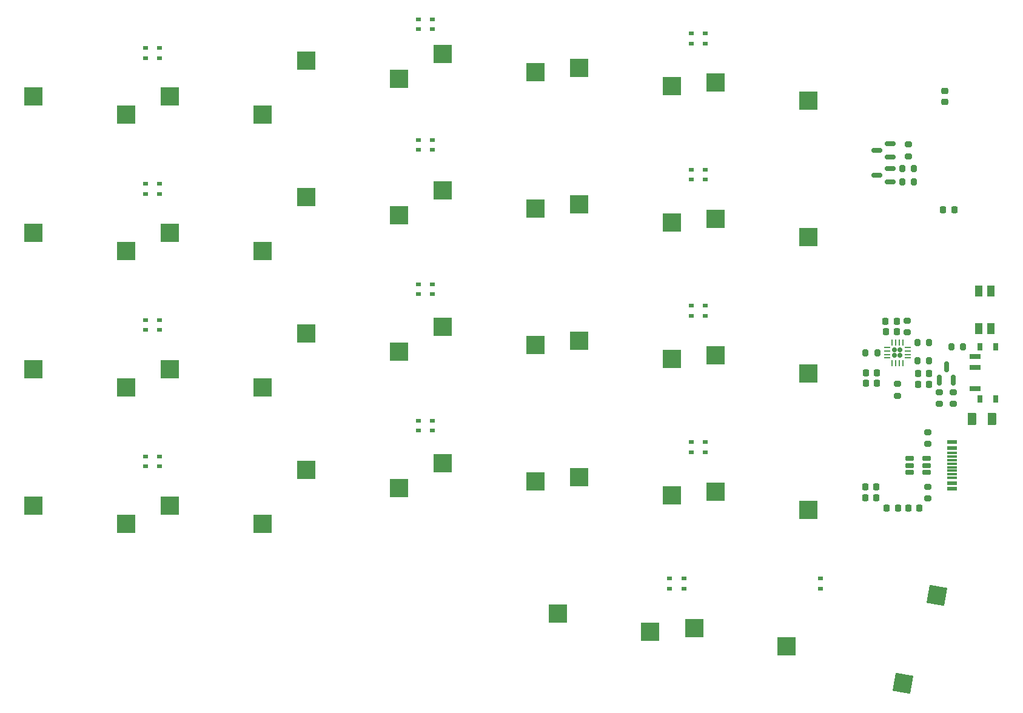
<source format=gbr>
%TF.GenerationSoftware,KiCad,Pcbnew,(6.0.4)*%
%TF.CreationDate,2022-07-04T12:48:59-07:00*%
%TF.ProjectId,Athena54,41746865-6e61-4353-942e-6b696361645f,v1.0.0*%
%TF.SameCoordinates,Original*%
%TF.FileFunction,Paste,Top*%
%TF.FilePolarity,Positive*%
%FSLAX46Y46*%
G04 Gerber Fmt 4.6, Leading zero omitted, Abs format (unit mm)*
G04 Created by KiCad (PCBNEW (6.0.4)) date 2022-07-04 12:48:59*
%MOMM*%
%LPD*%
G01*
G04 APERTURE LIST*
G04 Aperture macros list*
%AMRoundRect*
0 Rectangle with rounded corners*
0 $1 Rounding radius*
0 $2 $3 $4 $5 $6 $7 $8 $9 X,Y pos of 4 corners*
0 Add a 4 corners polygon primitive as box body*
4,1,4,$2,$3,$4,$5,$6,$7,$8,$9,$2,$3,0*
0 Add four circle primitives for the rounded corners*
1,1,$1+$1,$2,$3*
1,1,$1+$1,$4,$5*
1,1,$1+$1,$6,$7*
1,1,$1+$1,$8,$9*
0 Add four rect primitives between the rounded corners*
20,1,$1+$1,$2,$3,$4,$5,0*
20,1,$1+$1,$4,$5,$6,$7,0*
20,1,$1+$1,$6,$7,$8,$9,0*
20,1,$1+$1,$8,$9,$2,$3,0*%
%AMRotRect*
0 Rectangle, with rotation*
0 The origin of the aperture is its center*
0 $1 length*
0 $2 width*
0 $3 Rotation angle, in degrees counterclockwise*
0 Add horizontal line*
21,1,$1,$2,0,0,$3*%
G04 Aperture macros list end*
%ADD10RoundRect,0.225000X0.225000X0.250000X-0.225000X0.250000X-0.225000X-0.250000X0.225000X-0.250000X0*%
%ADD11R,0.700000X0.600000*%
%ADD12RoundRect,0.200000X0.200000X0.275000X-0.200000X0.275000X-0.200000X-0.275000X0.200000X-0.275000X0*%
%ADD13RoundRect,0.218750X0.218750X0.256250X-0.218750X0.256250X-0.218750X-0.256250X0.218750X-0.256250X0*%
%ADD14R,2.550000X2.500000*%
%ADD15RoundRect,0.150000X0.475000X0.150000X-0.475000X0.150000X-0.475000X-0.150000X0.475000X-0.150000X0*%
%ADD16RoundRect,0.250000X0.375000X0.625000X-0.375000X0.625000X-0.375000X-0.625000X0.375000X-0.625000X0*%
%ADD17RoundRect,0.200000X0.275000X-0.200000X0.275000X0.200000X-0.275000X0.200000X-0.275000X-0.200000X0*%
%ADD18RoundRect,0.225000X-0.225000X-0.250000X0.225000X-0.250000X0.225000X0.250000X-0.225000X0.250000X0*%
%ADD19RoundRect,0.200000X-0.275000X0.200000X-0.275000X-0.200000X0.275000X-0.200000X0.275000X0.200000X0*%
%ADD20R,0.800000X1.000000*%
%ADD21R,1.500000X0.700000*%
%ADD22RoundRect,0.150000X0.150000X-0.587500X0.150000X0.587500X-0.150000X0.587500X-0.150000X-0.587500X0*%
%ADD23RoundRect,0.225000X-0.250000X0.225000X-0.250000X-0.225000X0.250000X-0.225000X0.250000X0.225000X0*%
%ADD24RoundRect,0.150000X0.587500X0.150000X-0.587500X0.150000X-0.587500X-0.150000X0.587500X-0.150000X0*%
%ADD25R,1.000000X1.550000*%
%ADD26RoundRect,0.200000X-0.200000X-0.275000X0.200000X-0.275000X0.200000X0.275000X-0.200000X0.275000X0*%
%ADD27R,1.450000X0.600000*%
%ADD28R,1.450000X0.300000*%
%ADD29RoundRect,0.160000X-0.160000X0.160000X-0.160000X-0.160000X0.160000X-0.160000X0.160000X0.160000X0*%
%ADD30RoundRect,0.062500X-0.062500X0.375000X-0.062500X-0.375000X0.062500X-0.375000X0.062500X0.375000X0*%
%ADD31RoundRect,0.062500X-0.375000X0.062500X-0.375000X-0.062500X0.375000X-0.062500X0.375000X0.062500X0*%
%ADD32RotRect,2.550000X2.500000X80.000000*%
G04 APERTURE END LIST*
D10*
%TO.C,C6*%
X113425000Y-34875000D03*
X111875000Y-34875000D03*
%TD*%
D11*
%TO.C,D21*%
X84725000Y-13725000D03*
X84725000Y-15125000D03*
%TD*%
D12*
%TO.C,R3*%
X117950000Y-40375000D03*
X116300000Y-40375000D03*
%TD*%
D13*
%TO.C,FB1*%
X113612500Y-61025000D03*
X112037500Y-61025000D03*
%TD*%
D14*
%TO.C,SW9*%
X11965000Y-60690000D03*
X24865000Y-63230000D03*
%TD*%
%TO.C,SW14*%
X62965000Y-80000D03*
X50065000Y2460000D03*
%TD*%
D11*
%TO.C,D8*%
X10525000Y-15725000D03*
X10525000Y-17125000D03*
%TD*%
D12*
%TO.C,R14*%
X115849999Y-15475000D03*
X114199999Y-15475000D03*
%TD*%
D13*
%TO.C,F2*%
X116612500Y-61025000D03*
X115037500Y-61025000D03*
%TD*%
D15*
%TO.C,U3*%
X117625000Y-55975000D03*
X117625000Y-55025000D03*
X117625000Y-54075000D03*
X115275000Y-54075000D03*
X115275000Y-55025000D03*
X115275000Y-55975000D03*
%TD*%
D11*
%TO.C,D4*%
X8525000Y-15725000D03*
X8525000Y-17125000D03*
%TD*%
D14*
%TO.C,SW25*%
X101065000Y-23130000D03*
X88165000Y-20590000D03*
%TD*%
D16*
%TO.C,D1*%
X126774999Y-48575000D03*
X123974999Y-48575000D03*
%TD*%
D11*
%TO.C,D17*%
X48625000Y-29725000D03*
X48625000Y-31125000D03*
%TD*%
%TO.C,D28*%
X86725001Y-51775000D03*
X86725001Y-53175000D03*
%TD*%
D13*
%TO.C,F1*%
X121462500Y-19325000D03*
X119887500Y-19325000D03*
%TD*%
D17*
%TO.C,R1*%
X121325000Y-46450000D03*
X121325000Y-44800000D03*
%TD*%
D18*
%TO.C,C8*%
X109050000Y-59525000D03*
X110600000Y-59525000D03*
%TD*%
D11*
%TO.C,D6*%
X8525000Y-53775000D03*
X8525000Y-55175000D03*
%TD*%
%TO.C,D5*%
X8525000Y-34725000D03*
X8525000Y-36125000D03*
%TD*%
D19*
%TO.C,R7*%
X114925000Y-34825000D03*
X114925000Y-36475000D03*
%TD*%
D11*
%TO.C,D9*%
X10525000Y-34725000D03*
X10525000Y-36125000D03*
%TD*%
%TO.C,D16*%
X48625000Y-9575000D03*
X48625000Y-10975000D03*
%TD*%
D10*
%TO.C,C5*%
X110700000Y-42125000D03*
X109150000Y-42125000D03*
%TD*%
D11*
%TO.C,D18*%
X48625000Y-48775000D03*
X48625000Y-50175000D03*
%TD*%
%TO.C,D19*%
X81725000Y-72225000D03*
X81725000Y-70825000D03*
%TD*%
D10*
%TO.C,C2*%
X117950000Y-43675000D03*
X116400000Y-43675000D03*
%TD*%
%TO.C,C7*%
X113450000Y-36375000D03*
X111900000Y-36375000D03*
%TD*%
D20*
%TO.C,SW1*%
X125045000Y-45725000D03*
X127255000Y-38425000D03*
X125045000Y-38425000D03*
X127255000Y-45725000D03*
D21*
X124395000Y-44325000D03*
X124395000Y-41325000D03*
X124395000Y-39825000D03*
%TD*%
D17*
%TO.C,R4*%
X113525000Y-45300000D03*
X113525000Y-43650000D03*
%TD*%
D11*
%TO.C,D20*%
X84725000Y5275001D03*
X84725000Y3875001D03*
%TD*%
D14*
%TO.C,SW6*%
X24865000Y-6080000D03*
X11965000Y-3540000D03*
%TD*%
D11*
%TO.C,D15*%
X48625000Y7275000D03*
X48625000Y5875000D03*
%TD*%
%TO.C,D12*%
X46625000Y-9575000D03*
X46625000Y-10975000D03*
%TD*%
D14*
%TO.C,SW24*%
X101065000Y-4080000D03*
X88165000Y-1540000D03*
%TD*%
%TO.C,SW27*%
X88165000Y-58690000D03*
X101065000Y-61230000D03*
%TD*%
%TO.C,SW8*%
X24865000Y-44180000D03*
X11965000Y-41640000D03*
%TD*%
D12*
%TO.C,R15*%
X115849999Y-13575000D03*
X114199999Y-13575000D03*
%TD*%
D11*
%TO.C,D22*%
X84725000Y-32725000D03*
X84725000Y-34125000D03*
%TD*%
D14*
%TO.C,SW16*%
X62965000Y-38180000D03*
X50065000Y-35640000D03*
%TD*%
%TO.C,SW7*%
X11965000Y-22590000D03*
X24865000Y-25130000D03*
%TD*%
D11*
%TO.C,D3*%
X8525000Y3275000D03*
X8525000Y1875000D03*
%TD*%
D22*
%TO.C,Q1*%
X119425000Y-43112500D03*
X121325000Y-43112500D03*
X120375000Y-41237500D03*
%TD*%
D17*
%TO.C,R16*%
X115043750Y-11850000D03*
X115043750Y-10200000D03*
%TD*%
D11*
%TO.C,D23*%
X84725000Y-51775000D03*
X84725000Y-53175000D03*
%TD*%
D14*
%TO.C,SW15*%
X50065000Y-16590000D03*
X62965000Y-19130000D03*
%TD*%
D18*
%TO.C,C1*%
X116400000Y-42175000D03*
X117950000Y-42175000D03*
%TD*%
D11*
%TO.C,D13*%
X46625000Y-29725000D03*
X46625000Y-31125000D03*
%TD*%
%TO.C,D7*%
X10525000Y3275000D03*
X10525000Y1875000D03*
%TD*%
D23*
%TO.C,C11*%
X120125000Y-2700000D03*
X120125000Y-4250000D03*
%TD*%
D11*
%TO.C,D26*%
X86725000Y-13725000D03*
X86725000Y-15125000D03*
%TD*%
%TO.C,D14*%
X46625000Y-48775000D03*
X46625000Y-50175000D03*
%TD*%
%TO.C,D25*%
X86725000Y5275000D03*
X86725000Y3875000D03*
%TD*%
D14*
%TO.C,SW17*%
X62965000Y-57230000D03*
X50065000Y-54690000D03*
%TD*%
%TO.C,SW26*%
X88165000Y-39640001D03*
X101065000Y-42180001D03*
%TD*%
D12*
%TO.C,R5*%
X117950000Y-37875000D03*
X116300000Y-37875000D03*
%TD*%
D24*
%TO.C,Q3*%
X112531250Y-11975000D03*
X112531250Y-10075000D03*
X110656250Y-11025000D03*
%TD*%
D25*
%TO.C,SW29*%
X126575000Y-30700000D03*
X126575000Y-35950000D03*
X124875000Y-30700000D03*
X124875000Y-35950000D03*
%TD*%
D26*
%TO.C,R8*%
X109075000Y-39275000D03*
X110725000Y-39275000D03*
%TD*%
D27*
%TO.C,J2*%
X121180000Y-58275000D03*
X121180000Y-57475000D03*
D28*
X121180000Y-56275000D03*
X121180000Y-55275000D03*
X121180000Y-54775000D03*
X121180000Y-53775000D03*
D27*
X121180000Y-52575000D03*
X121180000Y-51775000D03*
X121180000Y-51775000D03*
X121180000Y-52575000D03*
D28*
X121180000Y-53275000D03*
X121180000Y-54275000D03*
X121180000Y-55775000D03*
X121180000Y-56775000D03*
D27*
X121180000Y-57475000D03*
X121180000Y-58275000D03*
%TD*%
D18*
%TO.C,C9*%
X109025000Y-58025000D03*
X110575000Y-58025000D03*
%TD*%
D24*
%TO.C,Q2*%
X112531250Y-15475000D03*
X112531250Y-13575000D03*
X110656250Y-14525000D03*
%TD*%
D11*
%TO.C,D29*%
X102775000Y-70825000D03*
X102775000Y-72225000D03*
%TD*%
%TO.C,D10*%
X10525000Y-53775000D03*
X10525000Y-55175000D03*
%TD*%
D19*
%TO.C,R9*%
X117775000Y-50400000D03*
X117775000Y-52050000D03*
%TD*%
D29*
%TO.C,U1*%
X113925000Y-39675000D03*
X113125000Y-39675000D03*
X113925000Y-38875000D03*
X113125000Y-38875000D03*
D30*
X114275000Y-37837500D03*
X113775000Y-37837500D03*
X113275000Y-37837500D03*
X112775000Y-37837500D03*
D31*
X112087500Y-38525000D03*
X112087500Y-39025000D03*
X112087500Y-39525000D03*
X112087500Y-40025000D03*
D30*
X112775000Y-40712500D03*
X113275000Y-40712500D03*
X113775000Y-40712500D03*
X114275000Y-40712500D03*
D31*
X114962500Y-40025000D03*
X114962500Y-39525000D03*
X114962500Y-39025000D03*
X114962500Y-38525000D03*
%TD*%
D12*
%TO.C,R6*%
X122700000Y-38425000D03*
X121050000Y-38425000D03*
%TD*%
D17*
%TO.C,R2*%
X119425000Y-46425000D03*
X119425000Y-44775000D03*
%TD*%
D11*
%TO.C,D27*%
X86725000Y-32725000D03*
X86725000Y-34125000D03*
%TD*%
D10*
%TO.C,C4*%
X110700000Y-43575000D03*
X109150000Y-43575000D03*
%TD*%
D11*
%TO.C,D11*%
X46625000Y7275000D03*
X46625000Y5875000D03*
%TD*%
D19*
%TO.C,R10*%
X117775000Y-58000000D03*
X117775000Y-59650000D03*
%TD*%
D11*
%TO.C,D24*%
X83725000Y-72225000D03*
X83725000Y-70825000D03*
%TD*%
D14*
%TO.C,SW4*%
X5815000Y-44180000D03*
X-7085000Y-41640000D03*
%TD*%
%TO.C,SW21*%
X82015000Y-40180000D03*
X69115000Y-37640000D03*
%TD*%
%TO.C,SW18*%
X66115000Y-75740000D03*
X79015000Y-78280000D03*
%TD*%
%TO.C,SW10*%
X31015000Y1460000D03*
X43915000Y-1080000D03*
%TD*%
%TO.C,SW11*%
X31015000Y-17590000D03*
X43915000Y-20130000D03*
%TD*%
%TO.C,SW5*%
X-7085000Y-60690000D03*
X5815000Y-63230000D03*
%TD*%
%TO.C,SW19*%
X69115000Y460000D03*
X82015000Y-2080000D03*
%TD*%
%TO.C,SW23*%
X98065000Y-80280000D03*
X85165000Y-77740000D03*
%TD*%
%TO.C,SW20*%
X69115000Y-18590000D03*
X82015000Y-21130000D03*
%TD*%
D32*
%TO.C,SW28*%
X114285775Y-85448744D03*
X119027249Y-73185791D03*
%TD*%
D14*
%TO.C,SW22*%
X82015000Y-59230000D03*
X69115000Y-56690000D03*
%TD*%
%TO.C,SW2*%
X5815000Y-6080000D03*
X-7085000Y-3540000D03*
%TD*%
%TO.C,SW3*%
X-7085000Y-22590000D03*
X5815000Y-25130000D03*
%TD*%
%TO.C,SW12*%
X31015000Y-36640000D03*
X43915000Y-39180000D03*
%TD*%
%TO.C,SW13*%
X31015000Y-55690000D03*
X43915000Y-58230000D03*
%TD*%
M02*

</source>
